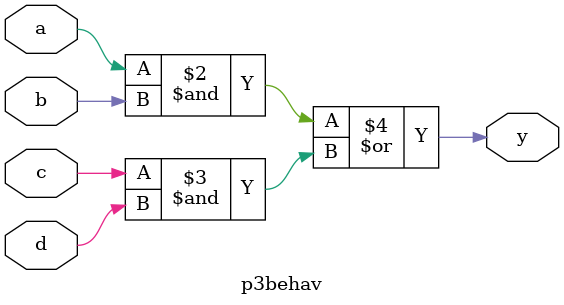
<source format=v>
module p3behav(a, b, c, d, y);
    input a, b, c, d;
    output reg y;

    always @(a, b, c, d) begin 
        y = (a & b) | (c & d);
    end
endmodule

</source>
